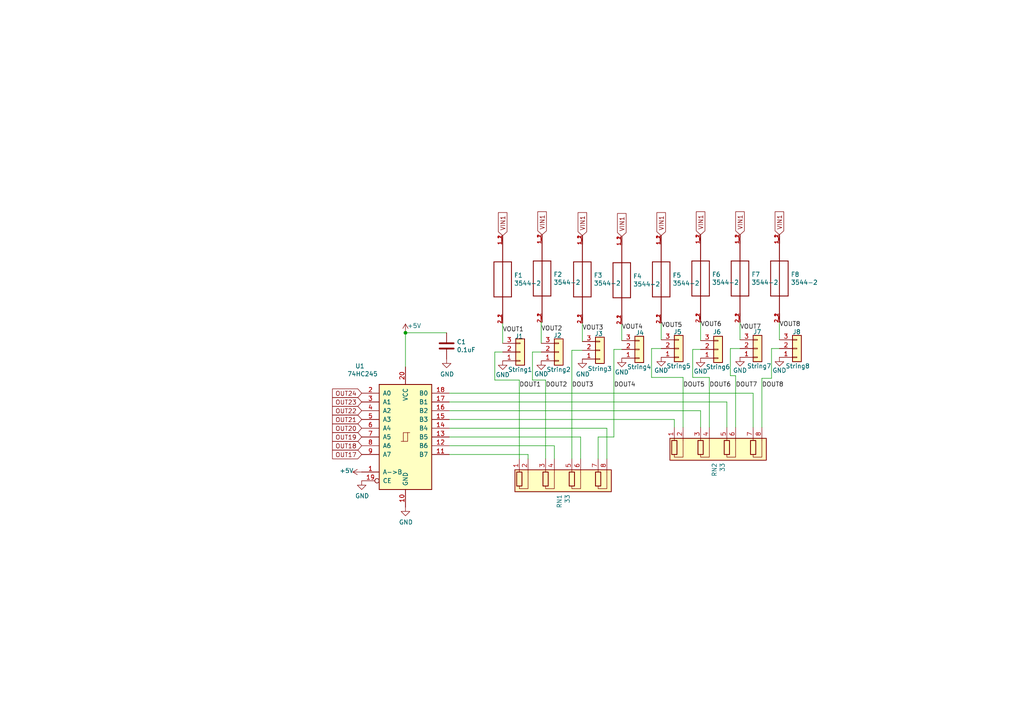
<source format=kicad_sch>
(kicad_sch (version 20211123) (generator eeschema)
  (paper "A4")
  (title_block (title "16 Expansion SMD 24pin") (date "2022-05-09") (rev "v1") (company "Scott Hanson"))
  (lib_symbols
    (symbol "74xx:74HC245" (pin_names (offset 1.016))
      (property "Reference" "U" (at -7.62 16.51 0))
      (property "Value" "74HC245" (at -7.62 -16.51 0))
      (symbol "74HC245_1_0"
        (polyline (pts (xy -0.635 -1.27) (xy -0.635 1.27) (xy 0.635 1.27)))
        (polyline (pts (xy -1.27 -1.27) (xy 0.635 -1.27) (xy 0.635 1.27) (xy 1.27 1.27)))
        (pin input line (at -12.7 -10.16 0) (length 5.08) (name "A->B") (number "1"))
        (pin power_in line (at 0 -20.32 90) (length 5.08) (name "GND") (number "10"))
        (pin tri_state line (at 12.7 -5.08 180) (length 5.08) (name "B7") (number "11"))
        (pin tri_state line (at 12.7 -2.54 180) (length 5.08) (name "B6") (number "12"))
        (pin tri_state line (at 12.7 0 180) (length 5.08) (name "B5") (number "13"))
        (pin tri_state line (at 12.7 2.54 180) (length 5.08) (name "B4") (number "14"))
        (pin tri_state line (at 12.7 5.08 180) (length 5.08) (name "B3") (number "15"))
        (pin tri_state line (at 12.7 7.62 180) (length 5.08) (name "B2") (number "16"))
        (pin tri_state line (at 12.7 10.16 180) (length 5.08) (name "B1") (number "17"))
        (pin tri_state line (at 12.7 12.7 180) (length 5.08) (name "B0") (number "18"))
        (pin input inverted (at -12.7 -12.7 0) (length 5.08) (name "CE") (number "19"))
        (pin tri_state line (at -12.7 12.7 0) (length 5.08) (name "A0") (number "2"))
        (pin power_in line (at 0 20.32 270) (length 5.08) (name "VCC") (number "20"))
        (pin tri_state line (at -12.7 10.16 0) (length 5.08) (name "A1") (number "3"))
        (pin tri_state line (at -12.7 7.62 0) (length 5.08) (name "A2") (number "4"))
        (pin tri_state line (at -12.7 5.08 0) (length 5.08) (name "A3") (number "5"))
        (pin tri_state line (at -12.7 2.54 0) (length 5.08) (name "A4") (number "6"))
        (pin tri_state line (at -12.7 0 0) (length 5.08) (name "A5") (number "7"))
        (pin tri_state line (at -12.7 -2.54 0) (length 5.08) (name "A6") (number "8"))
        (pin tri_state line (at -12.7 -5.08 0) (length 5.08) (name "A7") (number "9"))
      )
      (symbol "74HC245_1_1"
        (rectangle (start -7.62 15.24) (end 7.62 -15.24) (stroke (width 0.254)) (fill (type background)))
      )
    )
    (symbol "Connector_Generic:Conn_01x03" (pin_names (offset 1.016) hide)
      (property "Reference" "J" (at 0 5.08 0))
      (property "Value" "Conn_01x03" (at 0 -5.08 0))
      (symbol "Conn_01x03_1_1"
        (rectangle (start -1.27 -2.413) (end 0 -2.667) (stroke (width 0.1524)))
        (rectangle (start -1.27 0.127) (end 0 -0.127) (stroke (width 0.1524)))
        (rectangle (start -1.27 2.667) (end 0 2.413) (stroke (width 0.1524)))
        (rectangle (start -1.27 3.81) (end 1.27 -3.81) (stroke (width 0.254)) (fill (type background)))
        (pin passive line (at -5.08 2.54 0) (length 3.81) (name "Pin_1") (number "1"))
        (pin passive line (at -5.08 0 0) (length 3.81) (name "Pin_2") (number "2"))
        (pin passive line (at -5.08 -2.54 0) (length 3.81) (name "Pin_3") (number "3"))
      )
    )
    (symbol "PB_16-rescue:3544-2-Keystone_Fuse" (pin_names (offset 1.016) hide)
      (property "Reference" "F" (at -5.08 3.302 0))
      (property "Value" "3544-2-Keystone_Fuse" (at -5.08 -5.08 0))
      (symbol "3544-2-Keystone_Fuse_0_0"
        (polyline (pts (xy -12.7 0) (xy 12.7 0)) (stroke (width 0.254)))
        (polyline (pts (xy -5.08 -2.54) (xy -5.08 2.54)) (stroke (width 0.254)))
        (polyline (pts (xy -5.08 2.54) (xy 5.08 2.54)) (stroke (width 0.254)))
        (polyline (pts (xy 5.08 -2.54) (xy -5.08 -2.54)) (stroke (width 0.254)))
        (polyline (pts (xy 5.08 2.54) (xy 5.08 -2.54)) (stroke (width 0.254)))
        (pin passive line (at -12.7 0 0) (length 2.54) (name "1") (number "1_1"))
        (pin passive line (at -12.7 0 0) (length 2.54) (name "1") (number "1_2"))
        (pin passive line (at 12.7 0 180) (length 2.54) (name "2") (number "2_1"))
        (pin passive line (at 12.7 0 180) (length 2.54) (name "2") (number "2_2"))
      )
    )
    (symbol "PB_16-rescue:C-Device" (pin_numbers hide) (pin_names (offset 0.254))
      (property "Reference" "C" (at 0.635 2.54 0))
      (property "Value" "C-Device" (at 0.635 -2.54 0))
      (symbol "C-Device_0_1"
        (polyline (pts (xy -2.032 -0.762) (xy 2.032 -0.762)) (stroke (width 0.508)))
        (polyline (pts (xy -2.032 0.762) (xy 2.032 0.762)) (stroke (width 0.508)))
      )
      (symbol "C-Device_1_1"
        (pin passive line (at 0 3.81 270) (length 2.794) (name "~") (number "1"))
        (pin passive line (at 0 -3.81 90) (length 2.794) (name "~") (number "2"))
      )
    )
    (symbol "PB_16-rescue:R_Pack04_SIP-Device" (pin_names (offset 0) hide)
      (property "Reference" "RN" (at -15.24 0 90))
      (property "Value" "R_Pack04_SIP-Device" (at 15.24 0 90))
      (symbol "R_Pack04_SIP-Device_0_1"
        (rectangle (start -13.97 -1.905) (end 13.97 4.445) (stroke (width 0.254)) (fill (type background)))
        (rectangle (start -13.462 2.794) (end -11.938 -1.27) (stroke (width 0.254)))
        (rectangle (start -5.842 2.794) (end -4.318 -1.27) (stroke (width 0.254)))
        (polyline (pts (xy -12.7 2.794) (xy -12.7 3.556) (xy -10.16 3.556) (xy -10.16 -1.27)))
        (polyline (pts (xy -5.08 2.794) (xy -5.08 3.556) (xy -2.54 3.556) (xy -2.54 -1.27)))
        (polyline (pts (xy 2.54 2.794) (xy 2.54 3.556) (xy 5.08 3.556) (xy 5.08 -1.27)))
        (polyline (pts (xy 10.16 2.794) (xy 10.16 3.556) (xy 12.7 3.556) (xy 12.7 -1.27)))
        (rectangle (start 1.778 2.794) (end 3.302 -1.27) (stroke (width 0.254)))
        (rectangle (start 9.398 2.794) (end 10.922 -1.27) (stroke (width 0.254)))
      )
      (symbol "R_Pack04_SIP-Device_1_1"
        (pin passive line (at -12.7 -5.08 90) (length 3.81) (name "R1.1") (number "1"))
        (pin passive line (at -10.16 -5.08 90) (length 3.81) (name "R1.2") (number "2"))
        (pin passive line (at -5.08 -5.08 90) (length 3.81) (name "R2.1") (number "3"))
        (pin passive line (at -2.54 -5.08 90) (length 3.81) (name "R2.2") (number "4"))
        (pin passive line (at 2.54 -5.08 90) (length 3.81) (name "R3.1") (number "5"))
        (pin passive line (at 5.08 -5.08 90) (length 3.81) (name "R3.2") (number "6"))
        (pin passive line (at 10.16 -5.08 90) (length 3.81) (name "R4.1") (number "7"))
        (pin passive line (at 12.7 -5.08 90) (length 3.81) (name "R4.2") (number "8"))
      )
    )
    (symbol "power:+5V" (power) (pin_names (offset 0))
      (property "Value" "+5V" (at 0 3.556 0))
      (symbol "+5V_0_1"
        (polyline (pts (xy -0.762 1.27) (xy 0 2.54)))
        (polyline (pts (xy 0 0) (xy 0 2.54)))
        (polyline (pts (xy 0 2.54) (xy 0.762 1.27)))
      )
      (symbol "+5V_1_1"
        (pin power_in line (at 0 0 90) (length 0) hide (name "+5V") (number "1"))
      )
    )
    (symbol "power:GND" (power) (pin_names (offset 0))
      (property "Value" "GND" (at 0 -3.81 0))
      (symbol "GND_0_1"
        (polyline (pts (xy 0 0) (xy 0 -1.27) (xy 1.27 -1.27) (xy 0 -2.54) (xy -1.27 -1.27) (xy 0 -1.27)))
      )
      (symbol "GND_1_1"
        (pin power_in line (at 0 0 270) (length 0) hide (name "GND") (number "1"))
      )
    )
  )
  (junction (at 117.602 96.52))
  (wire (pts (xy 130.302 121.666) (xy 195.58 121.666)))
  (wire (pts (xy 203.2 101.346) (xy 200.914 101.346)))
  (wire (pts (xy 203.2 93.472) (xy 203.2 98.806)))
  (wire (pts (xy 154.432 110.236) (xy 154.432 102.108)))
  (wire (pts (xy 160.782 129.286) (xy 160.782 133.096)))
  (wire (pts (xy 156.972 99.568) (xy 156.972 93.472)))
  (wire (pts (xy 130.302 116.586) (xy 210.82 116.586)))
  (wire (pts (xy 130.302 126.746) (xy 168.402 126.746)))
  (wire (pts (xy 195.58 121.666) (xy 195.58 123.952)))
  (wire (pts (xy 218.44 114.046) (xy 218.44 123.952)))
  (wire (pts (xy 223.774 109.728) (xy 223.774 101.092)))
  (wire (pts (xy 130.302 129.286) (xy 160.782 129.286)))
  (wire (pts (xy 168.91 93.726) (xy 168.91 99.06)))
  (wire (pts (xy 176.022 124.206) (xy 176.022 133.096)))
  (wire (pts (xy 191.77 98.552) (xy 191.77 93.726)))
  (wire (pts (xy 191.77 101.092) (xy 188.976 101.092)))
  (wire (pts (xy 117.602 96.52) (xy 117.602 106.426)))
  (wire (pts (xy 130.302 119.126) (xy 203.2 119.126)))
  (wire (pts (xy 198.12 109.474) (xy 198.12 123.952)))
  (wire (pts (xy 178.054 126.746) (xy 173.482 126.746)))
  (wire (pts (xy 220.98 123.952) (xy 220.98 109.728)))
  (wire (pts (xy 150.622 133.096) (xy 150.622 110.236)))
  (wire (pts (xy 145.796 93.726) (xy 145.796 99.568)))
  (wire (pts (xy 130.302 114.046) (xy 218.44 114.046)))
  (wire (pts (xy 211.836 101.092) (xy 214.63 101.092)))
  (wire (pts (xy 220.98 109.728) (xy 223.774 109.728)))
  (wire (pts (xy 130.302 131.826) (xy 153.162 131.826)))
  (wire (pts (xy 213.36 108.966) (xy 211.836 108.966)))
  (wire (pts (xy 180.34 101.346) (xy 178.054 101.346)))
  (wire (pts (xy 156.972 93.472) (xy 157.226 93.472)))
  (wire (pts (xy 210.82 116.586) (xy 210.82 123.952)))
  (wire (pts (xy 226.06 98.552) (xy 226.06 93.472)))
  (wire (pts (xy 143.51 102.108) (xy 145.796 102.108)))
  (wire (pts (xy 143.51 110.236) (xy 143.51 102.108)))
  (wire (pts (xy 178.054 101.346) (xy 178.054 126.746)))
  (wire (pts (xy 168.402 126.746) (xy 168.402 133.096)))
  (wire (pts (xy 180.34 98.806) (xy 180.34 93.98)))
  (wire (pts (xy 214.63 93.472) (xy 214.63 98.552)))
  (wire (pts (xy 200.914 109.474) (xy 205.74 109.474)))
  (wire (pts (xy 158.242 133.096) (xy 158.242 110.236)))
  (wire (pts (xy 213.36 123.952) (xy 213.36 108.966)))
  (wire (pts (xy 129.54 96.52) (xy 117.602 96.52)))
  (wire (pts (xy 223.774 101.092) (xy 226.06 101.092)))
  (wire (pts (xy 188.976 109.474) (xy 198.12 109.474)))
  (wire (pts (xy 203.2 123.952) (xy 203.2 119.126)))
  (wire (pts (xy 200.914 101.346) (xy 200.914 109.474)))
  (wire (pts (xy 211.836 108.966) (xy 211.836 101.092)))
  (wire (pts (xy 205.74 109.474) (xy 205.74 123.952)))
  (wire (pts (xy 156.972 102.108) (xy 154.432 102.108)))
  (wire (pts (xy 158.242 110.236) (xy 154.432 110.236)))
  (wire (pts (xy 150.622 110.236) (xy 143.51 110.236)))
  (wire (pts (xy 165.862 133.096) (xy 165.862 101.6)))
  (wire (pts (xy 173.482 126.746) (xy 173.482 133.096)))
  (wire (pts (xy 153.162 131.826) (xy 153.162 133.096)))
  (wire (pts (xy 188.976 101.092) (xy 188.976 109.474)))
  (wire (pts (xy 165.862 101.6) (xy 168.91 101.6)))
  (wire (pts (xy 130.302 124.206) (xy 176.022 124.206)))
  (label "DOUT6" (at 205.74 112.522 0))
  (label "VOUT3" (at 168.91 96.012 0))
  (label "VOUT1" (at 145.796 96.52 0))
  (label "VOUT2" (at 156.972 96.266 0))
  (label "DOUT3" (at 165.862 112.522 0))
  (label "VOUT4" (at 180.34 95.758 0))
  (label "VOUT5" (at 191.77 95.25 0))
  (label "DOUT2" (at 158.242 112.522 0))
  (label "VOUT6" (at 203.2 94.996 0))
  (label "DOUT4" (at 178.054 112.522 0))
  (label "VOUT8" (at 226.06 94.996 0))
  (label "VOUT7" (at 214.63 95.758 0))
  (label "DOUT1" (at 150.622 112.522 0))
  (label "DOUT5" (at 198.12 112.522 0))
  (label "DOUT8" (at 220.98 112.522 0))
  (label "DOUT7" (at 213.36 112.522 0))
  (global_label "OUT17" (shape input) (at 104.902 131.826 180) (property "Intersheet References" "${INTERSHEET_REFS}" (effects hide)))
  (global_label "VIN1" (shape input) (at 157.226 68.072 90) (property "Intersheet References" "${INTERSHEET_REFS}" (effects hide)))
  (global_label "VIN1" (shape input) (at 203.2 68.072 90) (property "Intersheet References" "${INTERSHEET_REFS}" (effects hide)))
  (global_label "OUT20" (shape input) (at 104.902 124.206 180) (property "Intersheet References" "${INTERSHEET_REFS}" (effects hide)))
  (global_label "VIN1" (shape input) (at 214.63 68.072 90) (property "Intersheet References" "${INTERSHEET_REFS}" (effects hide)))
  (global_label "OUT21" (shape input) (at 104.902 121.666 180) (property "Intersheet References" "${INTERSHEET_REFS}" (effects hide)))
  (global_label "OUT22" (shape input) (at 104.902 119.126 180) (property "Intersheet References" "${INTERSHEET_REFS}" (effects hide)))
  (global_label "VIN1" (shape input) (at 191.77 68.326 90) (property "Intersheet References" "${INTERSHEET_REFS}" (effects hide)))
  (global_label "OUT18" (shape input) (at 104.902 129.286 180) (property "Intersheet References" "${INTERSHEET_REFS}" (effects hide)))
  (global_label "VIN1" (shape input) (at 180.34 68.58 90) (property "Intersheet References" "${INTERSHEET_REFS}" (effects hide)))
  (global_label "VIN1" (shape input) (at 226.06 68.072 90) (property "Intersheet References" "${INTERSHEET_REFS}" (effects hide)))
  (global_label "VIN1" (shape input) (at 145.796 68.326 90) (property "Intersheet References" "${INTERSHEET_REFS}" (effects hide)))
  (global_label "VIN1" (shape input) (at 168.91 68.326 90) (property "Intersheet References" "${INTERSHEET_REFS}" (effects hide)))
  (global_label "OUT23" (shape input) (at 104.902 116.586 180) (property "Intersheet References" "${INTERSHEET_REFS}" (effects hide)))
  (global_label "OUT24" (shape input) (at 104.902 114.046 180) (property "Intersheet References" "${INTERSHEET_REFS}" (effects hide)))
  (global_label "OUT19" (shape input) (at 104.902 126.746 180) (property "Intersheet References" "${INTERSHEET_REFS}" (effects hide)))
  (symbol (lib_id "Connector_Generic:Conn_01x03") (at 150.876 102.108 0) (mirror x) (unit 1)
    (property "Reference" "J1" (at 149.352 97.536 0) (effects (justify left)))
    (property "Value" "String1" (at 147.32 107.188 0) (effects (justify left)))
    (property "Footprint" "Connector_Phoenix_MC:PhoenixContact_MCV_1,5_3-G-3.5_1x03_P3.50mm_Vertical" (effects hide))
    (property "Digi-Key_PN" "277-5737-ND/ED10555-ND" (effects hide))
    (property "MPN" "1843619/OSTTJ0311530" (effects hide))
  )
  (symbol (lib_id "Connector_Generic:Conn_01x03") (at 162.052 102.108 0) (mirror x) (unit 1)
    (property "Reference" "J2" (at 160.528 97.282 0) (effects (justify left)))
    (property "Value" "String2" (at 158.496 107.188 0) (effects (justify left)))
    (property "Footprint" "Connector_Phoenix_MC:PhoenixContact_MCV_1,5_3-G-3.5_1x03_P3.50mm_Vertical" (effects hide))
    (property "Digi-Key_PN" "277-5737-ND/ED10555-ND" (effects hide))
    (property "MPN" "1843619/OSTTJ0311530" (effects hide))
  )
  (symbol (lib_id "Connector_Generic:Conn_01x03") (at 173.99 101.6 0) (mirror x) (unit 1)
    (property "Reference" "J3" (at 172.466 96.774 0) (effects (justify left)))
    (property "Value" "String3" (at 170.434 106.934 0) (effects (justify left)))
    (property "Footprint" "Connector_Phoenix_MC:PhoenixContact_MCV_1,5_3-G-3.5_1x03_P3.50mm_Vertical" (effects hide))
    (property "Digi-Key_PN" "277-5737-ND/ED10555-ND" (effects hide))
    (property "MPN" "1843619/OSTTJ0311530" (effects hide))
  )
  (symbol (lib_id "Connector_Generic:Conn_01x03") (at 185.42 101.346 0) (mirror x) (unit 1)
    (property "Reference" "J4" (at 184.404 96.52 0) (effects (justify left)))
    (property "Value" "String4" (at 181.864 106.426 0) (effects (justify left)))
    (property "Footprint" "Connector_Phoenix_MC:PhoenixContact_MCV_1,5_3-G-3.5_1x03_P3.50mm_Vertical" (effects hide))
    (property "Digi-Key_PN" "277-5737-ND/ED10555-ND" (effects hide))
    (property "MPN" "1843619/OSTTJ0311530" (effects hide))
  )
  (symbol (lib_id "Connector_Generic:Conn_01x03") (at 196.85 101.092 0) (mirror x) (unit 1)
    (property "Reference" "J5" (at 195.326 96.266 0) (effects (justify left)))
    (property "Value" "String5" (at 193.294 106.172 0) (effects (justify left)))
    (property "Footprint" "Connector_Phoenix_MC:PhoenixContact_MCV_1,5_3-G-3.5_1x03_P3.50mm_Vertical" (effects hide))
    (property "Digi-Key_PN" "277-5737-ND/ED10555-ND" (effects hide))
    (property "MPN" "1843619/OSTTJ0311530" (effects hide))
  )
  (symbol (lib_id "Connector_Generic:Conn_01x03") (at 208.28 101.346 0) (mirror x) (unit 1)
    (property "Reference" "J6" (at 206.756 96.266 0) (effects (justify left)))
    (property "Value" "String6" (at 204.724 106.426 0) (effects (justify left)))
    (property "Footprint" "Connector_Phoenix_MC:PhoenixContact_MCV_1,5_3-G-3.5_1x03_P3.50mm_Vertical" (effects hide))
    (property "Digi-Key_PN" "277-5737-ND/ED10555-ND" (effects hide))
    (property "MPN" "1843619/OSTTJ0311530" (effects hide))
  )
  (symbol (lib_id "Connector_Generic:Conn_01x03") (at 219.71 101.092 0) (mirror x) (unit 1)
    (property "Reference" "J7" (at 218.44 96.266 0) (effects (justify left)))
    (property "Value" "String7" (at 216.662 106.172 0) (effects (justify left)))
    (property "Footprint" "Connector_Phoenix_MC:PhoenixContact_MCV_1,5_3-G-3.5_1x03_P3.50mm_Vertical" (effects hide))
    (property "Digi-Key_PN" "277-5737-ND/ED10555-ND" (effects hide))
    (property "MPN" "1843619/OSTTJ0311530" (effects hide))
  )
  (symbol (lib_id "Connector_Generic:Conn_01x03") (at 231.14 101.092 0) (mirror x) (unit 1)
    (property "Reference" "J8" (at 229.87 96.266 0) (effects (justify left)))
    (property "Value" "String8" (at 227.838 106.172 0) (effects (justify left)))
    (property "Footprint" "Connector_Phoenix_MC:PhoenixContact_MCV_1,5_3-G-3.5_1x03_P3.50mm_Vertical" (effects hide))
    (property "Digi-Key_PN" "277-5737-ND/ED10555-ND" (effects hide))
    (property "MPN" "1843619/OSTTJ0311530" (effects hide))
  )
  (symbol (lib_id "power:GND") (at 145.796 104.648 0) (unit 1)
    (property "Reference" "#PWR012" (effects hide))
    (property "Value" "GND" (at 145.796 108.712 0))
  )
  (symbol (lib_id "power:GND") (at 156.972 104.648 0) (unit 1)
    (property "Reference" "#PWR013" (effects hide))
    (property "Value" "GND" (at 156.972 108.458 0))
  )
  (symbol (lib_id "power:GND") (at 168.91 104.14 0) (unit 1)
    (property "Reference" "#PWR014" (effects hide))
    (property "Value" "GND" (at 169.037 108.5342 0))
  )
  (symbol (lib_id "power:GND") (at 180.34 103.886 0) (unit 1)
    (property "Reference" "#PWR015" (effects hide))
    (property "Value" "GND" (at 180.34 107.95 0))
  )
  (symbol (lib_id "power:GND") (at 191.77 103.632 0) (unit 1)
    (property "Reference" "#PWR016" (effects hide))
    (property "Value" "GND" (at 191.77 107.442 0))
  )
  (symbol (lib_id "power:GND") (at 203.2 103.886 0) (unit 1)
    (property "Reference" "#PWR017" (effects hide))
    (property "Value" "GND" (at 203.2 107.696 0))
  )
  (symbol (lib_id "power:GND") (at 214.63 103.632 0) (unit 1)
    (property "Reference" "#PWR018" (effects hide))
    (property "Value" "GND" (at 214.63 107.442 0))
  )
  (symbol (lib_id "power:GND") (at 226.06 103.632 0) (unit 1)
    (property "Reference" "#PWR019" (effects hide))
    (property "Value" "GND" (at 226.06 107.442 0))
  )
  (symbol (lib_id "PB_16-rescue:3544-2-Keystone_Fuse") (at 157.226 80.772 270) (unit 1)
    (property "Reference" "F2" (at 160.528 79.6036 90) (effects (justify left)))
    (property "Value" "3544-2" (at 160.528 81.915 90) (effects (justify left)))
    (property "Footprint" "Keystone_Fuse:FUSE_3544-2" (effects hide))
    (property "Field4" "3544-2" (effects hide))
    (property "Field5" "None" (effects hide))
    (property "Field6" "Unavailable" (effects hide))
    (property "Field7" "Fuse Clip; 500 VAC; 30 A; PCB; For 0.110 in. x 0.032 in. mini blade fuses" (effects hide))
    (property "Field8" "Keystone Electronics" (effects hide))
    (property "Digi-Key_PN" "36-3544-2-ND" (effects hide))
    (property "MPN" "3544-2" (effects hide))
  )
  (symbol (lib_id "PB_16-rescue:3544-2-Keystone_Fuse") (at 168.91 81.026 270) (unit 1)
    (property "Reference" "F3" (at 172.212 79.8576 90) (effects (justify left)))
    (property "Value" "3544-2" (at 172.212 82.169 90) (effects (justify left)))
    (property "Footprint" "Keystone_Fuse:FUSE_3544-2" (effects hide))
    (property "Field4" "3544-2" (effects hide))
    (property "Field5" "None" (effects hide))
    (property "Field6" "Unavailable" (effects hide))
    (property "Field7" "Fuse Clip; 500 VAC; 30 A; PCB; For 0.110 in. x 0.032 in. mini blade fuses" (effects hide))
    (property "Field8" "Keystone Electronics" (effects hide))
    (property "Digi-Key_PN" "36-3544-2-ND" (effects hide))
    (property "MPN" "3544-2" (effects hide))
  )
  (symbol (lib_id "PB_16-rescue:3544-2-Keystone_Fuse") (at 180.34 81.28 270) (unit 1)
    (property "Reference" "F4" (at 183.642 80.1116 90) (effects (justify left)))
    (property "Value" "3544-2" (at 183.642 82.423 90) (effects (justify left)))
    (property "Footprint" "Keystone_Fuse:FUSE_3544-2" (effects hide))
    (property "Field4" "3544-2" (effects hide))
    (property "Field5" "None" (effects hide))
    (property "Field6" "Unavailable" (effects hide))
    (property "Field7" "Fuse Clip; 500 VAC; 30 A; PCB; For 0.110 in. x 0.032 in. mini blade fuses" (effects hide))
    (property "Field8" "Keystone Electronics" (effects hide))
    (property "Digi-Key_PN" "36-3544-2-ND" (effects hide))
    (property "MPN" "3544-2" (effects hide))
  )
  (symbol (lib_id "PB_16-rescue:3544-2-Keystone_Fuse") (at 191.77 81.026 270) (unit 1)
    (property "Reference" "F5" (at 195.072 79.8576 90) (effects (justify left)))
    (property "Value" "3544-2" (at 195.072 82.169 90) (effects (justify left)))
    (property "Footprint" "Keystone_Fuse:FUSE_3544-2" (effects hide))
    (property "Field4" "3544-2" (effects hide))
    (property "Field5" "None" (effects hide))
    (property "Field6" "Unavailable" (effects hide))
    (property "Field7" "Fuse Clip; 500 VAC; 30 A; PCB; For 0.110 in. x 0.032 in. mini blade fuses" (effects hide))
    (property "Field8" "Keystone Electronics" (effects hide))
    (property "Digi-Key_PN" "36-3544-2-ND" (effects hide))
    (property "MPN" "3544-2" (effects hide))
  )
  (symbol (lib_id "PB_16-rescue:3544-2-Keystone_Fuse") (at 203.2 80.772 270) (unit 1)
    (property "Reference" "F6" (at 206.502 79.6036 90) (effects (justify left)))
    (property "Value" "3544-2" (at 206.502 81.915 90) (effects (justify left)))
    (property "Footprint" "Keystone_Fuse:FUSE_3544-2" (effects hide))
    (property "Field4" "3544-2" (effects hide))
    (property "Field5" "None" (effects hide))
    (property "Field6" "Unavailable" (effects hide))
    (property "Field7" "Fuse Clip; 500 VAC; 30 A; PCB; For 0.110 in. x 0.032 in. mini blade fuses" (effects hide))
    (property "Field8" "Keystone Electronics" (effects hide))
    (property "Digi-Key_PN" "36-3544-2-ND" (effects hide))
    (property "MPN" "3544-2" (effects hide))
  )
  (symbol (lib_id "PB_16-rescue:3544-2-Keystone_Fuse") (at 214.63 80.772 270) (unit 1)
    (property "Reference" "F7" (at 217.932 79.6036 90) (effects (justify left)))
    (property "Value" "3544-2" (at 217.932 81.915 90) (effects (justify left)))
    (property "Footprint" "Keystone_Fuse:FUSE_3544-2" (effects hide))
    (property "Field4" "3544-2" (effects hide))
    (property "Field5" "None" (effects hide))
    (property "Field6" "Unavailable" (effects hide))
    (property "Field7" "Fuse Clip; 500 VAC; 30 A; PCB; For 0.110 in. x 0.032 in. mini blade fuses" (effects hide))
    (property "Field8" "Keystone Electronics" (effects hide))
    (property "Digi-Key_PN" "36-3544-2-ND" (effects hide))
    (property "MPN" "3544-2" (effects hide))
  )
  (symbol (lib_id "PB_16-rescue:3544-2-Keystone_Fuse") (at 226.06 80.772 270) (unit 1)
    (property "Reference" "F8" (at 229.362 79.6036 90) (effects (justify left)))
    (property "Value" "3544-2" (at 229.362 81.915 90) (effects (justify left)))
    (property "Footprint" "Keystone_Fuse:FUSE_3544-2" (effects hide))
    (property "Field4" "3544-2" (effects hide))
    (property "Field5" "None" (effects hide))
    (property "Field6" "Unavailable" (effects hide))
    (property "Field7" "Fuse Clip; 500 VAC; 30 A; PCB; For 0.110 in. x 0.032 in. mini blade fuses" (effects hide))
    (property "Field8" "Keystone Electronics" (effects hide))
    (property "Digi-Key_PN" "36-3544-2-ND" (effects hide))
    (property "MPN" "3544-2" (effects hide))
  )
  (symbol (lib_id "power:GND") (at 117.602 147.066 0) (unit 1)
    (property "Reference" "#PWR011" (effects hide))
    (property "Value" "GND" (at 117.729 151.4602 0))
  )
  (symbol (lib_id "power:+5V") (at 104.902 136.906 90) (unit 1)
    (property "Reference" "#PWR08" (effects hide))
    (property "Value" "+5V" (at 100.5078 136.525 90))
  )
  (symbol (lib_id "power:GND") (at 104.902 139.446 0) (unit 1)
    (property "Reference" "#PWR09" (effects hide))
    (property "Value" "GND" (at 105.029 143.8402 0))
  )
  (symbol (lib_id "PB_16-rescue:C-Device") (at 129.54 100.33 0) (unit 1)
    (property "Reference" "C1" (at 132.461 99.1616 0) (effects (justify left)))
    (property "Value" "0.1uF" (at 132.461 101.473 0) (effects (justify left)))
    (property "Footprint" "Capacitor_SMD:C_0805_2012Metric_Pad1.15x1.40mm_HandSolder" (effects hide))
    (property "Digi-Key_PN" "478-1395-1-ND" (effects hide))
    (property "MPN" "08055C104KAT2A" (effects hide))
    (property "LCSC" "C49678" (effects hide))
  )
  (symbol (lib_id "power:+5V") (at 117.602 96.52 0) (unit 1)
    (property "Reference" "#PWR010" (effects hide))
    (property "Value" "+5V" (at 120.142 94.488 0))
  )
  (symbol (lib_id "PB_16-rescue:R_Pack04_SIP-Device") (at 208.28 129.032 0) (mirror x) (unit 1)
    (property "Reference" "RN2" (at 207.2132 134.239 90) (effects (justify left)))
    (property "Value" "33" (at 209.5246 134.239 90) (effects (justify left)))
    (property "Footprint" "Resistor_THT:R_Array_SIP8" (effects hide))
    (property "Datasheet" "http://www.vishay.com/docs/31509/csc.pdf" (effects hide))
    (property "Digi-Key_PN" "4608X-2-330LF-ND" (effects hide))
    (property "MPN" "4608X-102-330LF" (effects hide))
  )
  (symbol (lib_id "PB_16-rescue:3544-2-Keystone_Fuse") (at 145.796 81.026 270) (unit 1)
    (property "Reference" "F1" (at 149.098 79.8576 90) (effects (justify left)))
    (property "Value" "3544-2" (at 149.098 82.169 90) (effects (justify left)))
    (property "Footprint" "Keystone_Fuse:FUSE_3544-2" (effects hide))
    (property "Field4" "3544-2" (effects hide))
    (property "Field5" "None" (effects hide))
    (property "Field6" "Unavailable" (effects hide))
    (property "Field7" "Fuse Clip; 500 VAC; 30 A; PCB; For 0.110 in. x 0.032 in. mini blade fuses" (effects hide))
    (property "Field8" "Keystone Electronics" (effects hide))
    (property "Digi-Key_PN" "36-3544-2-ND" (effects hide))
    (property "MPN" "3544-2" (effects hide))
  )
  (symbol (lib_id "PB_16-rescue:R_Pack04_SIP-Device") (at 163.322 138.176 0) (mirror x) (unit 1)
    (property "Reference" "RN1" (at 162.2552 143.383 90) (effects (justify left)))
    (property "Value" "33" (at 164.5666 143.383 90) (effects (justify left)))
    (property "Footprint" "Resistor_THT:R_Array_SIP8" (effects hide))
    (property "Datasheet" "http://www.vishay.com/docs/31509/csc.pdf" (effects hide))
    (property "Digi-Key_PN" "4608X-2-330LF-ND" (effects hide))
    (property "MPN" "4608X-102-330LF" (effects hide))
  )
  (symbol (lib_id "74xx:74HC245") (at 117.602 126.746 0) (unit 1)
    (property "Reference" "U1" (at 104.394 106.172 0))
    (property "Value" "74HC245" (at 105.156 108.458 0))
    (property "Footprint" "Package_SO:SOIC-20W_7.5x12.8mm_P1.27mm" (effects hide))
    (property "Datasheet" "http://www.ti.com/lit/gpn/sn74HC245" (effects hide))
    (property "Digi-Key_PN" "296-8279-1-ND" (effects hide))
    (property "LCSC" "C5625" (effects hide))
    (property "MPN" "SN74HC245PWR" (effects hide))
  )
  (symbol (lib_id "power:GND") (at 129.54 104.14 0) (unit 1)
    (property "Reference" "#PWR0102" (effects hide))
    (property "Value" "GND" (at 129.667 108.5342 0))
  )
)
</source>
